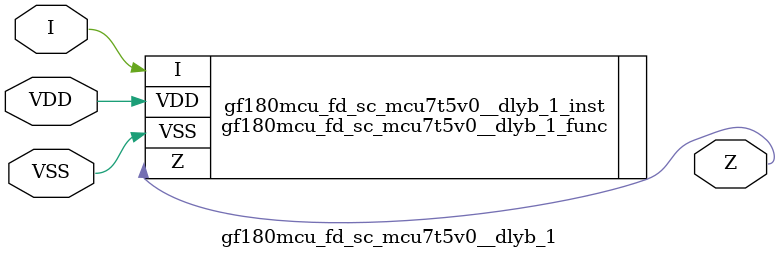
<source format=v>

module gf180mcu_fd_sc_mcu7t5v0__dlyb_1( I, Z, VDD, VSS );
input I;
inout VDD, VSS;
output Z;

   `ifdef FUNCTIONAL  //  functional //

	gf180mcu_fd_sc_mcu7t5v0__dlyb_1_func gf180mcu_fd_sc_mcu7t5v0__dlyb_1_behav_inst(.I(I),.Z(Z),.VDD(VDD),.VSS(VSS));

   `else

	gf180mcu_fd_sc_mcu7t5v0__dlyb_1_func gf180mcu_fd_sc_mcu7t5v0__dlyb_1_inst(.I(I),.Z(Z),.VDD(VDD),.VSS(VSS));

	// spec_gates_begin


	// spec_gates_end



   specify

	// specify_block_begin

	// comb arc I --> Z
	 (I => Z) = (1.0,1.0);

	// specify_block_end

   endspecify

   `endif

endmodule

</source>
